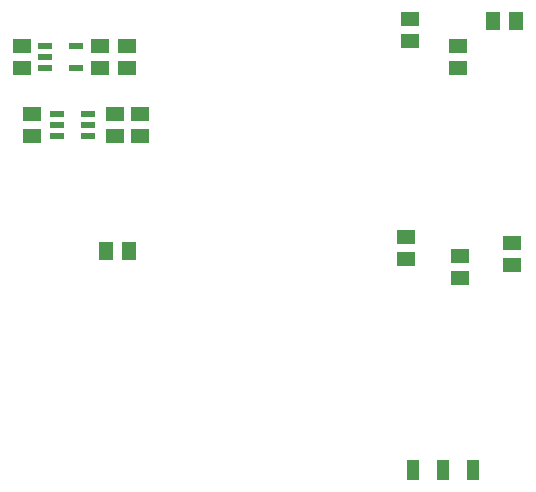
<source format=gbr>
G04 EAGLE Gerber RS-274X export*
G75*
%MOMM*%
%FSLAX34Y34*%
%LPD*%
%INSolderpaste Bottom*%
%IPPOS*%
%AMOC8*
5,1,8,0,0,1.08239X$1,22.5*%
G01*
%ADD10R,1.200000X0.550000*%
%ADD11R,1.500000X1.300000*%
%ADD12R,1.300000X1.500000*%
%ADD13R,1.016000X1.778000*%


D10*
X1060150Y1038250D03*
X1060150Y1047750D03*
X1060150Y1057250D03*
X1086150Y1057250D03*
X1086150Y1038250D03*
D11*
X1040130Y1038250D03*
X1040130Y1057250D03*
X1106170Y1038250D03*
X1106170Y1057250D03*
X1129030Y1038250D03*
X1129030Y1057250D03*
X1118870Y1000100D03*
X1118870Y981100D03*
X1140460Y1000100D03*
X1140460Y981100D03*
X1049020Y1000100D03*
X1049020Y981100D03*
D10*
X1096310Y1000100D03*
X1096310Y990600D03*
X1096310Y981100D03*
X1070310Y981100D03*
X1070310Y990600D03*
X1070310Y1000100D03*
D12*
X1458570Y1078230D03*
X1439570Y1078230D03*
D11*
X1409700Y1038250D03*
X1409700Y1057250D03*
X1369060Y1080110D03*
X1369060Y1061110D03*
X1455420Y890880D03*
X1455420Y871880D03*
X1410970Y860450D03*
X1410970Y879450D03*
X1365250Y895960D03*
X1365250Y876960D03*
D12*
X1111910Y883920D03*
X1130910Y883920D03*
D13*
X1371600Y698500D03*
X1397000Y698500D03*
X1422400Y698500D03*
M02*

</source>
